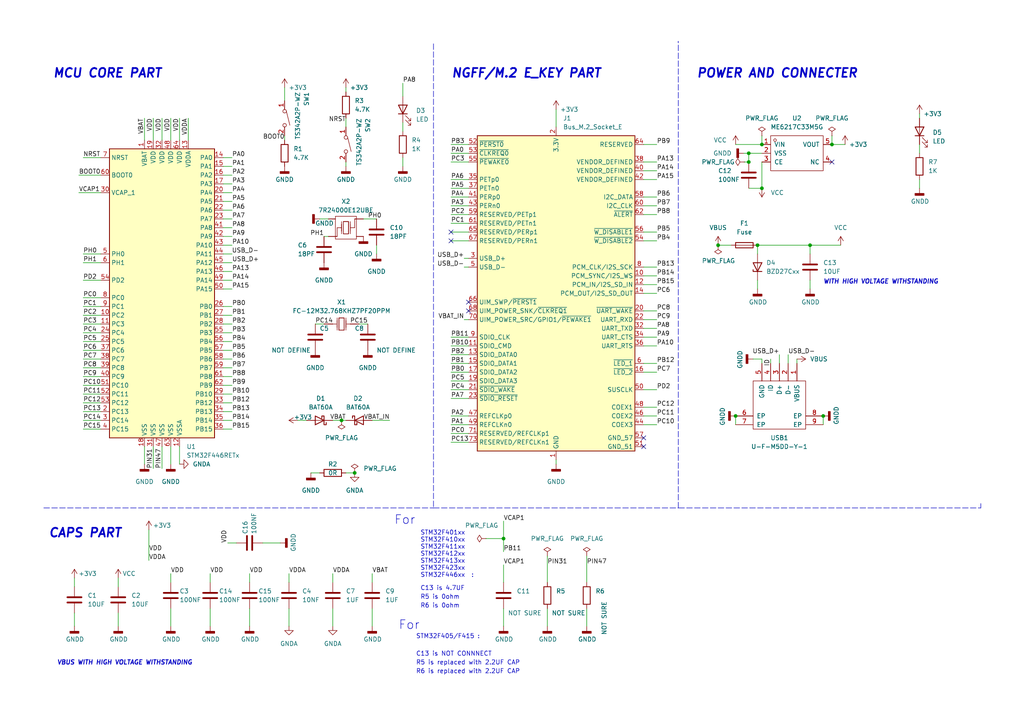
<source format=kicad_sch>
(kicad_sch (version 20211123) (generator eeschema)
  (paper "A4")
  (title_block (title "STM32_M.2_E_KEY_LQFP-64_USB") (date "2022-01-25") (rev "1.0") (company "JSZSZZY"))
  (junction (at 217.17 44.45))
  (junction (at 219.71 71.12))
  (junction (at 208.28 71.12))
  (junction (at 146.05 156.21))
  (junction (at 220.98 41.91))
  (junction (at 234.95 71.12))
  (junction (at 213.36 120.65))
  (junction (at 217.17 46.99))
  (junction (at 220.98 54.61))
  (junction (at 241.3 41.91))
  (junction (at 238.76 120.65))
  (junction (at 102.87 137.16))
  (junction (at 99.06 121.92))
  (no_connect (at 154.94 -30.48))
  (no_connect (at 135.89 87.63))
  (no_connect (at 186.69 127))
  (no_connect (at 186.69 129.54))
  (no_connect (at 135.89 90.17))
  (no_connect (at 130.81 67.31))
  (no_connect (at 241.3 46.99))
  (no_connect (at 130.81 69.85))
  (wire (pts (xy 96.52 121.92) (xy 99.06 121.92)))
  (wire (pts (xy 22.86 55.88) (xy 29.21 55.88)))
  (wire (pts (xy 21.59 167.64) (xy 21.59 170.18)))
  (wire (pts (xy 190.5 46.99) (xy 186.69 46.99)))
  (wire (pts (xy 46.99 34.29) (xy 46.99 40.64)))
  (wire (pts (xy 44.45 34.29) (xy 44.45 40.64)))
  (wire (pts (xy 67.31 63.5) (xy 64.77 63.5)))
  (wire (pts (xy 130.81 105.41) (xy 135.89 105.41)))
  (wire (pts (xy 67.31 106.68) (xy 64.77 106.68)))
  (wire (pts (xy 67.31 50.8) (xy 64.77 50.8)))
  (wire (pts (xy 266.7 33.02) (xy 266.7 34.29)))
  (wire (pts (xy 83.82 181.61) (xy 83.82 176.53)))
  (wire (pts (xy 67.31 68.58) (xy 64.77 68.58)))
  (wire (pts (xy 130.81 69.85) (xy 135.89 69.85)))
  (wire (pts (xy 67.31 58.42) (xy 64.77 58.42)))
  (wire (pts (xy 24.13 88.9) (xy 29.21 88.9)))
  (wire (pts (xy 100.33 48.26) (xy 100.33 46.99)))
  (wire (pts (xy 106.68 93.98) (xy 104.14 93.98)))
  (wire (pts (xy 158.75 161.29) (xy 158.75 168.91)))
  (wire (pts (xy 24.13 99.06) (xy 29.21 99.06)))
  (wire (pts (xy 96.52 181.61) (xy 96.52 176.53)))
  (wire (pts (xy 146.05 151.13) (xy 146.05 156.21)))
  (wire (pts (xy 24.13 124.46) (xy 29.21 124.46)))
  (wire (pts (xy 219.71 73.66) (xy 219.71 71.12)))
  (wire (pts (xy 208.28 71.12) (xy 212.09 71.12)))
  (wire (pts (xy 44.45 135.89) (xy 44.45 129.54)))
  (wire (pts (xy 219.71 71.12) (xy 234.95 71.12)))
  (wire (pts (xy 66.04 157.48) (xy 68.58 157.48)))
  (wire (pts (xy 116.84 48.26) (xy 116.84 45.72)))
  (wire (pts (xy 130.81 41.91) (xy 135.89 41.91)))
  (wire (pts (xy 93.98 68.58) (xy 95.25 68.58)))
  (wire (pts (xy 220.98 39.37) (xy 220.98 41.91)))
  (wire (pts (xy 67.31 48.26) (xy 64.77 48.26)))
  (wire (pts (xy 24.13 73.66) (xy 29.21 73.66)))
  (wire (pts (xy 82.55 25.4) (xy 82.55 29.21)))
  (wire (pts (xy 49.53 129.54) (xy 49.53 134.62)))
  (wire (pts (xy 146.05 156.21) (xy 146.05 160.02)))
  (wire (pts (xy 146.05 163.83) (xy 146.05 168.91)))
  (wire (pts (xy 54.61 34.29) (xy 54.61 40.64)))
  (wire (pts (xy 24.13 101.6) (xy 29.21 101.6)))
  (wire (pts (xy 190.5 92.71) (xy 186.69 92.71)))
  (wire (pts (xy 130.81 67.31) (xy 135.89 67.31)))
  (wire (pts (xy 24.13 121.92) (xy 29.21 121.92)))
  (wire (pts (xy 130.81 123.19) (xy 135.89 123.19)))
  (wire (pts (xy 22.86 50.8) (xy 29.21 50.8)))
  (wire (pts (xy 134.62 77.47) (xy 135.89 77.47)))
  (wire (pts (xy 24.13 93.98) (xy 29.21 93.98)))
  (wire (pts (xy 140.97 156.21) (xy 146.05 156.21)))
  (wire (pts (xy 190.5 120.65) (xy 186.69 120.65)))
  (wire (pts (xy 170.18 181.61) (xy 170.18 176.53)))
  (wire (pts (xy 161.29 134.62) (xy 161.29 133.35)))
  (wire (pts (xy 130.81 120.65) (xy 135.89 120.65)))
  (wire (pts (xy 67.31 101.6) (xy 64.77 101.6)))
  (wire (pts (xy 130.81 97.79) (xy 135.89 97.79)))
  (wire (pts (xy 21.59 181.61) (xy 21.59 177.8)))
  (wire (pts (xy 107.95 166.37) (xy 107.95 168.91)))
  (wire (pts (xy 130.81 59.69) (xy 135.89 59.69)))
  (wire (pts (xy 49.53 166.37) (xy 49.53 168.91)))
  (wire (pts (xy 158.75 181.61) (xy 158.75 176.53)))
  (wire (pts (xy 67.31 99.06) (xy 64.77 99.06)))
  (wire (pts (xy 217.17 44.45) (xy 220.98 44.45)))
  (wire (pts (xy 130.81 52.07) (xy 135.89 52.07)))
  (wire (pts (xy 190.5 59.69) (xy 186.69 59.69)))
  (wire (pts (xy 130.81 115.57) (xy 135.89 115.57)))
  (wire (pts (xy 190.5 113.03) (xy 186.69 113.03)))
  (wire (pts (xy 217.17 44.45) (xy 217.17 46.99)))
  (wire (pts (xy 130.81 107.95) (xy 135.89 107.95)))
  (wire (pts (xy 90.17 137.16) (xy 92.71 137.16)))
  (wire (pts (xy 67.31 124.46) (xy 64.77 124.46)))
  (wire (pts (xy 96.52 166.37) (xy 96.52 168.91)))
  (wire (pts (xy 107.95 181.61) (xy 107.95 176.53)))
  (wire (pts (xy 130.81 113.03) (xy 135.89 113.03)))
  (wire (pts (xy 190.5 77.47) (xy 186.69 77.47)))
  (wire (pts (xy 190.5 49.53) (xy 186.69 49.53)))
  (wire (pts (xy 190.5 52.07) (xy 186.69 52.07)))
  (wire (pts (xy 190.5 85.09) (xy 186.69 85.09)))
  (wire (pts (xy 134.62 74.93) (xy 135.89 74.93)))
  (wire (pts (xy 67.31 121.92) (xy 64.77 121.92)))
  (wire (pts (xy 24.13 109.22) (xy 29.21 109.22)))
  (wire (pts (xy 67.31 104.14) (xy 64.77 104.14)))
  (wire (pts (xy 213.36 120.65) (xy 213.36 123.19)))
  (wire (pts (xy 67.31 109.22) (xy 64.77 109.22)))
  (wire (pts (xy 24.13 81.28) (xy 29.21 81.28)))
  (polyline (pts (xy 196.85 147.32) (xy 284.48 147.32)))
  (wire (pts (xy 24.13 45.72) (xy 29.21 45.72)))
  (wire (pts (xy 83.82 166.37) (xy 83.82 168.91)))
  (polyline (pts (xy 12.7 147.32) (xy 125.73 147.32)))
  (wire (pts (xy 130.81 64.77) (xy 135.89 64.77)))
  (wire (pts (xy 67.31 83.82) (xy 64.77 83.82)))
  (wire (pts (xy 215.7491 44.45) (xy 217.17 44.45)))
  (wire (pts (xy 241.3 39.37) (xy 241.3 41.91)))
  (wire (pts (xy 266.7 44.45) (xy 266.7 41.91)))
  (wire (pts (xy 220.98 46.99) (xy 220.98 54.61)))
  (wire (pts (xy 67.31 88.9) (xy 64.77 88.9)))
  (wire (pts (xy 67.31 116.84) (xy 64.77 116.84)))
  (wire (pts (xy 130.81 110.49) (xy 135.89 110.49)))
  (wire (pts (xy 190.5 69.85) (xy 186.69 69.85)))
  (wire (pts (xy 116.84 38.1) (xy 116.84 35.56)))
  (wire (pts (xy 130.81 46.99) (xy 135.89 46.99)))
  (wire (pts (xy 223.52 104.14) (xy 223.52 105.41)))
  (wire (pts (xy 102.87 137.16) (xy 100.33 137.16)))
  (wire (pts (xy 134.62 92.71) (xy 135.89 92.71)))
  (wire (pts (xy 82.55 40.64) (xy 82.55 39.37)))
  (wire (pts (xy 219.71 81.28) (xy 219.71 83.82)))
  (wire (pts (xy 161.29 31.75) (xy 161.29 36.83)))
  (wire (pts (xy 231.14 104.14) (xy 231.14 105.41)))
  (polyline (pts (xy 125.73 147.32) (xy 196.7288 147.32)))
  (wire (pts (xy 24.13 116.84) (xy 29.21 116.84)))
  (wire (pts (xy 190.5 62.23) (xy 186.69 62.23)))
  (wire (pts (xy 67.31 78.74) (xy 64.77 78.74)))
  (wire (pts (xy 72.39 181.61) (xy 72.39 176.53)))
  (wire (pts (xy 67.31 81.28) (xy 64.77 81.28)))
  (wire (pts (xy 100.33 36.83) (xy 100.33 34.29)))
  (wire (pts (xy 245.11 41.91) (xy 241.3 41.91)))
  (wire (pts (xy 220.98 104.14) (xy 218.44 104.14)))
  (wire (pts (xy 130.81 125.73) (xy 135.89 125.73)))
  (wire (pts (xy 24.13 76.2) (xy 29.21 76.2)))
  (wire (pts (xy 34.29 181.61) (xy 34.29 177.8)))
  (wire (pts (xy 130.81 62.23) (xy 135.89 62.23)))
  (wire (pts (xy 228.6 102.87) (xy 228.6 105.41)))
  (wire (pts (xy 24.13 106.68) (xy 29.21 106.68)))
  (polyline (pts (xy 125.73 12.7) (xy 125.73 147.32)))
  (wire (pts (xy 67.31 91.44) (xy 64.77 91.44)))
  (wire (pts (xy 109.22 63.5) (xy 105.41 63.5)))
  (wire (pts (xy 130.81 128.27) (xy 135.89 128.27)))
  (wire (pts (xy 24.13 119.38) (xy 29.21 119.38)))
  (wire (pts (xy 234.95 83.82) (xy 234.95 81.28)))
  (wire (pts (xy 67.31 60.96) (xy 64.77 60.96)))
  (polyline (pts (xy 284.48 146.05) (xy 284.48 147.32)))
  (wire (pts (xy 226.06 102.87) (xy 226.06 105.41)))
  (wire (pts (xy 92.71 63.5) (xy 95.25 63.5)))
  (wire (pts (xy 24.13 114.3) (xy 29.21 114.3)))
  (wire (pts (xy 190.5 82.55) (xy 186.69 82.55)))
  (wire (pts (xy 24.13 91.44) (xy 29.21 91.44)))
  (wire (pts (xy 67.31 93.98) (xy 64.77 93.98)))
  (wire (pts (xy 24.13 86.36) (xy 29.21 86.36)))
  (wire (pts (xy 190.5 100.33) (xy 186.69 100.33)))
  (wire (pts (xy 60.96 166.37) (xy 60.96 168.91)))
  (wire (pts (xy 220.98 105.41) (xy 220.98 104.14)))
  (wire (pts (xy 99.06 121.92) (xy 100.33 121.92)))
  (wire (pts (xy 52.07 134.62) (xy 52.07 129.54)))
  (wire (pts (xy 72.39 166.37) (xy 72.39 168.91)))
  (wire (pts (xy 67.31 45.72) (xy 64.77 45.72)))
  (wire (pts (xy 81.28 157.48) (xy 76.2 157.48)))
  (wire (pts (xy 24.13 111.76) (xy 29.21 111.76)))
  (wire (pts (xy 24.13 104.14) (xy 29.21 104.14)))
  (wire (pts (xy 130.81 54.61) (xy 135.89 54.61)))
  (wire (pts (xy 243.84 71.12) (xy 234.95 71.12)))
  (wire (pts (xy 190.5 107.95) (xy 186.69 107.95)))
  (wire (pts (xy 49.53 181.61) (xy 49.53 176.53)))
  (wire (pts (xy 67.31 96.52) (xy 64.77 96.52)))
  (wire (pts (xy 130.81 57.15) (xy 135.89 57.15)))
  (wire (pts (xy 67.31 114.3) (xy 64.77 114.3)))
  (wire (pts (xy 190.5 80.01) (xy 186.69 80.01)))
  (wire (pts (xy 86.36 121.92) (xy 88.9 121.92)))
  (wire (pts (xy 190.5 90.17) (xy 186.69 90.17)))
  (wire (pts (xy 190.5 123.19) (xy 186.69 123.19)))
  (wire (pts (xy 46.99 135.89) (xy 46.99 129.54)))
  (wire (pts (xy 190.5 105.41) (xy 186.69 105.41)))
  (wire (pts (xy 190.5 57.15) (xy 186.69 57.15)))
  (wire (pts (xy 67.31 55.88) (xy 64.77 55.88)))
  (wire (pts (xy 190.5 95.25) (xy 186.69 95.25)))
  (wire (pts (xy 91.44 93.98) (xy 93.98 93.98)))
  (wire (pts (xy 190.5 97.79) (xy 186.69 97.79)))
  (wire (pts (xy 100.33 26.67) (xy 100.33 25.4)))
  (wire (pts (xy 146.05 181.61) (xy 146.05 176.53)))
  (wire (pts (xy 234.95 71.12) (xy 234.95 73.66)))
  (wire (pts (xy 24.13 96.52) (xy 29.21 96.52)))
  (wire (pts (xy 67.31 53.34) (xy 64.77 53.34)))
  (wire (pts (xy 109.22 73.66) (xy 109.22 71.12)))
  (wire (pts (xy 113.03 121.92) (xy 107.95 121.92)))
  (wire (pts (xy 190.5 41.91) (xy 186.69 41.91)))
  (wire (pts (xy 43.18 153.67) (xy 43.18 162.56)))
  (wire (pts (xy 60.96 181.61) (xy 60.96 176.53)))
  (wire (pts (xy 41.91 134.62) (xy 41.91 129.54)))
  (wire (pts (xy 67.31 66.04) (xy 64.77 66.04)))
  (wire (pts (xy 49.53 34.29) (xy 49.53 40.64)))
  (wire (pts (xy 220.98 54.61) (xy 217.17 54.61)))
  (wire (pts (xy 41.91 34.29) (xy 41.91 40.64)))
  (wire (pts (xy 67.31 119.38) (xy 64.77 119.38)))
  (wire (pts (xy 190.5 67.31) (xy 186.69 67.31)))
  (wire (pts (xy 67.31 73.66) (xy 64.77 73.66)))
  (wire (pts (xy 170.18 161.29) (xy 170.18 168.91)))
  (wire (pts (xy 67.31 71.12) (xy 64.77 71.12)))
  (wire (pts (xy 130.81 44.45) (xy 135.89 44.45)))
  (polyline (pts (xy 196.7288 147.32) (xy 196.7288 11.973)))
  (wire (pts (xy 190.5 118.11) (xy 186.69 118.11)))
  (wire (pts (xy 266.7 54.61) (xy 266.7 52.07)))
  (wire (pts (xy 67.31 111.76) (xy 64.77 111.76)))
  (wire (pts (xy 213.36 41.91) (xy 220.98 41.91)))
  (wire (pts (xy 67.31 76.2) (xy 64.77 76.2)))
  (wire (pts (xy 130.81 100.33) (xy 135.89 100.33)))
  (wire (pts (xy 130.81 102.87) (xy 135.89 102.87)))
  (polyline (pts (xy 196.6682 12.2153) (xy 196.7288 11.973)))
  (wire (pts (xy 215.9 46.99) (xy 217.17 46.99)))
  (wire (pts (xy 116.84 24.13) (xy 116.84 27.94)))
  (wire (pts (xy 34.29 167.64) (xy 34.29 170.18)))
  (wire (pts (xy 238.76 120.65) (xy 238.76 123.19)))
  (wire (pts (xy 52.07 34.29) (xy 52.07 40.64)))
  (text "CAPS PART" (at 13.97 156.21 0) (effects (font (size 2.54 2.54) bold italic) (justify left bottom)))
  (text "NGFF/M.2 E_KEY PART" (at 130.81 22.86 0) (effects (font (size 2.54 2.54) bold italic) (justify left bottom)))
  (text "C13 is 4.7UF" (at 121.92 171.45 0) (effects (font (size 1.27 1.27)) (justify left bottom)))
  (text "STM32F405/F415 :" (at 120.65 185.42 0) (effects (font (size 1.27 1.27)) (justify left bottom)))
  (text "WITH HIGH VOLTAGE WITHSTANDING" (at 238.76 82.55 0) (effects (font (size 1.27 1.27) (thickness 0.254) bold italic) (justify left bottom)))
  (text "R6 is 0ohm" (at 121.92 176.53 0) (effects (font (size 1.27 1.27)) (justify left bottom)))
  (text "R6 is replaced with 2.2UF CAP" (at 120.65 195.58 0) (effects (font (size 1.27 1.27)) (justify left bottom)))
  (text "POWER AND CONNECTER" (at 201.93 22.86 0) (effects (font (size 2.54 2.54) bold italic) (justify left bottom)))
  (text "For" (at 115.57 182.88 0) (effects (font (size 2.54 2.54)) (justify left bottom)))
  (text "STM32F401xx\nSTM32F410xx\nSTM32F411xx\nSTM32F412xx\nSTM32F413xx\nSTM32F423xx\nSTM32F446xx  :\n" (at 121.92 167.64 0) (effects (font (size 1.27 1.27)) (justify left bottom)))
  (text "MCU CORE PART\n" (at 15.24 22.86 0) (effects (font (size 2.54 2.54) bold italic) (justify left bottom)))
  (text "For" (at 114.3 152.4 0) (effects (font (size 2.54 2.54)) (justify left bottom)))
  (text "R5 is replaced with 2.2UF CAP" (at 120.65 193.04 0) (effects (font (size 1.27 1.27)) (justify left bottom)))
  (text "C13 is NOT CONNNECT" (at 120.65 190.5 0) (effects (font (size 1.27 1.27)) (justify left bottom)))
  (text "VBUS WITH HIGH VOLTAGE WITHSTANDING" (at 16.51 193.04 0) (effects (font (size 1.27 1.27) (thickness 0.254) bold italic) (justify left bottom)))
  (text "R5 is 0ohm" (at 121.92 173.99 0) (effects (font (size 1.27 1.27)) (justify left bottom)))
  (label "PB10" (at 67.31 114.3 0))
  (label "PA6" (at 130.81 52.07 0))
  (label "PC5" (at 130.81 110.49 0))
  (label "PC4" (at 24.13 96.52 0))
  (label "VCAP1" (at 146.05 151.2435 0))
  (label "PC8" (at 24.13 106.68 0))
  (label "PD2" (at 190.5 113.03 0))
  (label "PB5" (at 67.31 101.6 0))
  (label "PB1" (at 130.81 105.41 0))
  (label "PC7" (at 190.5 107.95 0))
  (label "BOOT0" (at 82.55 40.64 180))
  (label "PC10" (at 190.5 123.19 0))
  (label "PB8" (at 67.31 109.22 0))
  (label "PC3" (at 24.13 93.98 0))
  (label "PC11" (at 190.5 120.65 0))
  (label "PIN47" (at 46.99 135.89 90))
  (label "PH0" (at 24.13 73.66 0))
  (label "PC12" (at 190.5 118.11 0))
  (label "ID" (at 223.52 104.14 270))
  (label "PC14" (at 91.44 93.98 0))
  (label "VDD" (at 52.07 34.29 270))
  (label "PC2" (at 130.81 62.23 0))
  (label "VDDA" (at 83.82 166.37 0))
  (label "PC9" (at 190.5 92.71 0))
  (label "VDD" (at 49.53 166.37 0))
  (label "VDD" (at 72.39 166.37 0))
  (label "PA5" (at 130.81 54.61 0))
  (label "PB7" (at 190.5 59.69 0))
  (label "PC10" (at 24.13 111.76 0))
  (label "PB0" (at 67.31 88.9 0))
  (label "PA0" (at 67.31 45.72 0))
  (label "NRST" (at 24.13 45.72 0))
  (label "PC3" (at 130.81 46.99 0))
  (label "PC15" (at 106.68 93.98 180))
  (label "PA13" (at 67.31 78.74 0))
  (label "PC9" (at 24.13 109.22 0))
  (label "PA15" (at 190.5 52.07 0))
  (label "PB6" (at 190.5 57.15 0))
  (label "PB7" (at 67.31 106.68 0))
  (label "PC5" (at 24.13 99.06 0))
  (label "PB15" (at 190.5 82.55 0))
  (label "PC7" (at 24.13 104.14 0))
  (label "PA7" (at 67.31 63.5 0))
  (label "PC1" (at 24.13 88.9 0))
  (label "PC8" (at 190.5 90.17 0))
  (label "PB9" (at 190.5 41.91 0))
  (label "VDD" (at 46.99 34.29 270))
  (label "PB13" (at 190.5 77.47 0))
  (label "PB2" (at 130.81 102.87 0))
  (label "PIN31" (at 158.75 163.83 0))
  (label "PH1" (at 93.98 68.58 180))
  (label "PA4" (at 130.81 57.15 0))
  (label "PC6" (at 24.13 101.6 0))
  (label "PC13" (at 130.81 128.27 0))
  (label "PA7" (at 130.81 115.57 0))
  (label "PC2" (at 24.13 91.44 0))
  (label "PB3" (at 67.31 96.52 0))
  (label "PB11" (at 146.05 160.02 0))
  (label "PA2" (at 130.81 120.65 0))
  (label "PH0" (at 106.68 63.5 0))
  (label "PA0" (at 130.81 44.45 0))
  (label "PB10" (at 130.81 100.33 0))
  (label "PA9" (at 67.31 68.58 0))
  (label "PH1" (at 24.13 76.2 0))
  (label "PD2" (at 24.13 81.28 0))
  (label "PIN31" (at 44.45 135.89 90))
  (label "PC1" (at 130.81 64.77 0))
  (label "USB_D-" (at 134.62 77.47 180))
  (label "PA3" (at 130.81 59.69 0))
  (label "VBAT_IN" (at 113.03 121.92 180))
  (label "USB_D-" (at 228.6 102.87 0))
  (label "USB_D+" (at 226.06 102.87 180))
  (label "VDD" (at 66.04 157.48 90))
  (label "PB8" (at 190.5 62.23 0))
  (label "PA5" (at 67.31 58.42 0))
  (label "VDD" (at 44.45 34.29 270))
  (label "USB_D+" (at 134.62 74.93 180))
  (label "PA14" (at 190.5 49.53 0))
  (label "PB12" (at 67.31 116.84 0))
  (label "PC11" (at 24.13 114.3 0))
  (label "VDDA" (at 96.52 166.37 0))
  (label "PB6" (at 67.31 104.14 0))
  (label "PA1" (at 130.81 123.19 0))
  (label "PB14" (at 190.5 80.01 0))
  (label "PC4" (at 130.81 113.03 0))
  (label "VDD" (at 43.18 160.02 0))
  (label "PB9" (at 67.31 111.76 0))
  (label "PIN47" (at 170.18 163.83 0))
  (label "VDDA" (at 43.18 162.56 0))
  (label "PB11" (at 130.81 97.79 0))
  (label "PC6" (at 190.5 85.09 0))
  (label "PB13" (at 67.31 119.38 0))
  (label "PA1" (at 67.31 48.26 0))
  (label "PA2" (at 67.31 50.8 0))
  (label "PB12" (at 190.5 105.41 0))
  (label "PA10" (at 190.5 100.33 0))
  (label "VCAP1" (at 22.86 55.88 0))
  (label "VDD" (at 49.53 34.29 270))
  (label "PC0" (at 130.81 125.73 0))
  (label "PB1" (at 67.31 91.44 0))
  (label "PB5" (at 190.5 67.31 0))
  (label "PC0" (at 24.13 86.36 0))
  (label "PB3" (at 130.81 41.91 0))
  (label "PA15" (at 67.31 83.82 0))
  (label "PC14" (at 24.13 121.92 0))
  (label "PA3" (at 67.31 53.34 0))
  (label "NRST" (at 100.33 35.56 180))
  (label "PB0" (at 130.81 107.95 0))
  (label "VDD" (at 60.96 166.37 0))
  (label "VBAT" (at 100.33 121.92 180))
  (label "BOOT0" (at 22.86 50.8 0))
  (label "PB15" (at 67.31 124.46 0))
  (label "PC15" (at 24.13 124.46 0))
  (label "USB_D-" (at 67.2345 73.66 0))
  (label "PA8" (at 67.31 66.04 0))
  (label "PB2" (at 67.31 93.98 0))
  (label "PC12" (at 24.13 116.84 0))
  (label "PB4" (at 67.31 99.06 0))
  (label "VCAP1" (at 146.05 163.83 0))
  (label "VBAT" (at 107.95 166.37 0))
  (label "PA13" (at 190.5 46.99 0))
  (label "VBAT_IN" (at 134.62 92.71 180))
  (label "USB_D+" (at 67.31 76.2 0))
  (label "PA10" (at 67.31 71.12 0))
  (label "PC13" (at 24.13 119.38 0))
  (label "VDDA" (at 54.61 34.29 270))
  (label "PB4" (at 190.5 69.85 0))
  (label "VBAT" (at 41.91 34.29 270))
  (label "PA14" (at 67.31 81.28 0))
  (label "PA4" (at 67.31 55.88 0))
  (label "PA8" (at 190.5 95.25 0))
  (label "PA6" (at 67.31 60.96 0))
  (label "PA8" (at 116.84 24.13 0))
  (label "PB14" (at 67.31 121.92 0))
  (label "PA9" (at 190.5 97.79 0))
  (symbol (lib_id "Device:C") (at 107.95 172.72 0) (unit 1)
    (property "Reference" "C9" (at 111.76 171.4499 0) (effects (justify left)))
    (property "Value" "1UF" (at 111.76 173.9899 0) (effects (justify left)))
    (property "Footprint" "Capacitor_SMD:C_0402_1005Metric" (effects hide))
  )
  (symbol (lib_id "power:GNDD") (at 213.36 120.65 270) (unit 1)
    (property "Reference" "#PWR034" (effects hide))
    (property "Value" "GNDD" (at 209.55 118.11 0) (effects (justify left)))
  )
  (symbol (lib_id "power:GNDD") (at 21.59 181.61 0) (unit 1)
    (property "Reference" "#PWR02" (effects hide))
    (property "Value" "GNDD" (at 19.05 185.42 0) (effects (justify left)))
  )
  (symbol (lib_id "power:GNDD") (at 161.29 134.62 0) (unit 1)
    (property "Reference" "#PWR030" (effects hide))
    (property "Value" "GNDD" (at 161.29 139.7 0))
  )
  (symbol (lib_id "kicad_lceda:TS342A2P-WZ") (at 82.55 34.29 270) (unit 1)
    (property "Reference" "SW1" (at 88.9 26.67 0) (effects (justify left)))
    (property "Value" "TS342A2P-WZ" (at 86.36 26.67 0) (effects (justify left)))
    (property "Footprint" "kicad_lceda:SW-SMD_L4.0-W2.9-LS5.0" (effects hide))
    (property "Datasheet" "https://atta.szlcsc.com/upload/public/pdf/source/20200519/C557591_B3A5A21584733303F06306F18577DA8B.pdf" (effects hide))
    (property "SuppliersPartNumber" "C557591" (effects hide))
    (property "uuid" "pro:905b2f378e6847aaa3e26a5b3c85860a" (effects hide))
  )
  (symbol (lib_id "power:GNDD") (at 49.53 181.61 0) (unit 1)
    (property "Reference" "#PWR08" (effects hide))
    (property "Value" "GNDD" (at 46.99 185.42 0) (effects (justify left)))
  )
  (symbol (lib_id "Device:C") (at 93.98 72.39 0) (unit 1)
    (property "Reference" "C6" (at 86.36 71.12 0) (effects (justify left)))
    (property "Value" "18PF" (at 86.36 73.66 0) (effects (justify left)))
    (property "Footprint" "Capacitor_SMD:C_0402_1005Metric" (effects hide))
  )
  (symbol (lib_id "power:PWR_FLAG") (at 208.28 71.12 180) (unit 1)
    (property "Reference" "#FLG06" (effects hide))
    (property "Value" "PWR_FLAG" (at 203.5548 75.6523 0) (effects (justify right)))
  )
  (symbol (lib_id "Device:C") (at 72.39 172.72 0) (unit 1)
    (property "Reference" "C15" (at 74.93 171.45 0) (effects (justify left)))
    (property "Value" "100NF" (at 74.93 173.99 0) (effects (justify left)))
    (property "Footprint" "Capacitor_SMD:C_0402_1005Metric" (effects hide))
  )
  (symbol (lib_id "power:VBUS") (at 231.14 104.14 270) (unit 1)
    (property "Reference" "#PWR039" (effects hide))
    (property "Value" "VBUS" (at 234.95 104.1399 90) (effects (justify left)))
  )
  (symbol (lib_id "power:VCC") (at 243.84 71.12 0) (unit 1)
    (property "Reference" "#PWR042" (effects hide))
    (property "Value" "VCC" (at 243.84 66.04 0))
  )
  (symbol (lib_id "power:GNDD") (at 105.41 68.58 0) (unit 1)
    (property "Reference" "#PWR022" (effects hide))
    (property "Value" "GNDD" (at 105.41 73.66 0))
  )
  (symbol (lib_id "power:+3.3V") (at 161.29 31.75 0) (unit 1)
    (property "Reference" "#PWR029" (effects hide))
    (property "Value" "+3.3V" (at 165.1 31.75 0))
  )
  (symbol (lib_id "power:GNDD") (at 100.33 48.26 0) (unit 1)
    (property "Reference" "#PWR020" (effects hide))
    (property "Value" "GNDD" (at 100.33 52.07 0))
  )
  (symbol (lib_id "Device:C") (at 109.22 67.31 0) (unit 1)
    (property "Reference" "C10" (at 113.03 66.0399 0) (effects (justify left)))
    (property "Value" "18PF" (at 113.03 68.5799 0) (effects (justify left)))
    (property "Footprint" "Capacitor_SMD:C_0402_1005Metric" (effects hide))
  )
  (symbol (lib_id "power:GNDA") (at 96.52 181.61 0) (unit 1)
    (property "Reference" "#PWR0102" (effects hide))
    (property "Value" "GNDA" (at 96.52 186.69 0))
  )
  (symbol (lib_id "power:GNDA") (at 102.87 137.16 0) (unit 1)
    (property "Reference" "#PWR021" (effects hide))
    (property "Value" "GNDA" (at 102.87 142.24 0))
  )
  (symbol (lib_id "power:PWR_FLAG") (at 102.87 137.16 0) (unit 1)
    (property "Reference" "#FLG02" (effects hide))
    (property "Value" "PWR_FLAG" (at 105.41 135.8899 0) (effects (justify left)))
  )
  (symbol (lib_id "power:GNDD") (at 107.95 181.61 0) (unit 1)
    (property "Reference" "#PWR024" (effects hide))
    (property "Value" "GNDD" (at 105.41 185.42 0) (effects (justify left)))
  )
  (symbol (lib_id "power:GNDD") (at 146.05 181.61 0) (unit 1)
    (property "Reference" "#PWR027" (effects hide))
    (property "Value" "GNDD" (at 143.51 185.42 0) (effects (justify left)))
  )
  (symbol (lib_id "power:GNDD") (at 34.29 181.61 0) (unit 1)
    (property "Reference" "#PWR04" (effects hide))
    (property "Value" "GNDD" (at 31.75 185.42 0) (effects (justify left)))
  )
  (symbol (lib_id "power:+3.3V") (at 82.55 25.4 0) (unit 1)
    (property "Reference" "#PWR010" (effects hide))
    (property "Value" "+3.3V" (at 86.36 25.4 0))
  )
  (symbol (lib_id "Device:R") (at 96.52 137.16 270) (unit 1)
    (property "Reference" "R2" (at 96.52 134.62 90))
    (property "Value" "0R" (at 96.52 137.16 90))
    (property "Footprint" "Resistor_SMD:R_0603_1608Metric" (effects hide))
  )
  (symbol (lib_id "Device:C") (at 146.05 172.72 0) (unit 1)
    (property "Reference" "C11" (at 149.86 171.4499 0) (effects (justify left)))
    (property "Value" "NOT SURE" (at 147.32 177.8 0) (effects (justify left)))
    (property "Footprint" "Capacitor_SMD:C_0402_1005Metric" (effects hide))
  )
  (symbol (lib_id "power:+3.3V") (at 43.18 153.67 0) (unit 1)
    (property "Reference" "#PWR06" (effects hide))
    (property "Value" "+3.3V" (at 46.99 152.4 0))
  )
  (symbol (lib_id "Device:C") (at 83.82 172.72 0) (unit 1)
    (property "Reference" "C4" (at 87.63 171.4499 0) (effects (justify left)))
    (property "Value" "10NF" (at 87.63 173.9899 0) (effects (justify left)))
    (property "Footprint" "Capacitor_SMD:C_0402_1005Metric" (effects hide))
  )
  (symbol (lib_id "power:GNDA") (at 83.82 181.61 0) (unit 1)
    (property "Reference" "#PWR0101" (effects hide))
    (property "Value" "GNDA" (at 83.82 186.69 0))
  )
  (symbol (lib_id "Device:C") (at 34.29 173.99 0) (unit 1)
    (property "Reference" "C2" (at 38.1 172.7199 0) (effects (justify left)))
    (property "Value" "10UF" (at 38.1 175.2599 0) (effects (justify left)))
    (property "Footprint" "Capacitor_SMD:C_0603_1608Metric" (effects hide))
  )
  (symbol (lib_id "power:GNDD") (at 106.68 101.6 0) (unit 1)
    (property "Reference" "#PWR023" (effects hide))
    (property "Value" "GNDD" (at 106.68 106.68 0))
  )
  (symbol (lib_id "Device:LED") (at 266.7 38.1 90) (unit 1)
    (property "Reference" "D5" (at 270.51 38.4174 90) (effects (justify right)))
    (property "Value" "LED" (at 270.51 40.9574 90) (effects (justify right)))
    (property "Footprint" "LED_SMD:LED_0603_1608Metric" (effects hide))
  )
  (symbol (lib_id "power:+3.3V") (at 21.59 167.64 0) (unit 1)
    (property "Reference" "#PWR01" (effects hide))
    (property "Value" "+3.3V" (at 25.4 166.37 0))
  )
  (symbol (lib_id "power:GNDD") (at 116.84 48.26 0) (unit 1)
    (property "Reference" "#PWR026" (effects hide))
    (property "Value" "GNDD" (at 116.84 52.07 0))
  )
  (symbol (lib_id "power:GNDD") (at 158.75 181.61 0) (unit 1)
    (property "Reference" "#PWR028" (effects hide))
    (property "Value" "GNDD" (at 156.21 185.42 0) (effects (justify left)))
  )
  (symbol (lib_id "power:GNDD") (at 82.55 48.26 0) (unit 1)
    (property "Reference" "#PWR011" (effects hide))
    (property "Value" "GNDD" (at 82.55 52.07 0))
  )
  (symbol (lib_id "power:VBUS") (at 208.28 71.12 0) (unit 1)
    (property "Reference" "#PWR032" (effects hide))
    (property "Value" "VBUS" (at 208.28 66.04 0))
  )
  (symbol (lib_id "power:GNDD") (at 109.22 73.66 0) (unit 1)
    (property "Reference" "#PWR025" (effects hide))
    (property "Value" "GNDD" (at 109.22 78.74 0))
  )
  (symbol (lib_id "power:GNDD") (at 238.76 120.65 90) (unit 1)
    (property "Reference" "#PWR041" (effects hide))
    (property "Value" "GNDD" (at 242.57 123.19 0) (effects (justify left)))
  )
  (symbol (lib_id "power:PWR_FLAG") (at 158.75 161.29 0) (unit 1)
    (property "Reference" "#FLG04" (effects hide))
    (property "Value" "PWR_FLAG" (at 158.75 156.21 0))
  )
  (symbol (lib_id "power:GNDD") (at 91.44 101.6 0) (unit 1)
    (property "Reference" "#PWR015" (effects hide))
    (property "Value" "GNDD" (at 91.44 106.68 0))
  )
  (symbol (lib_id "power:GNDD") (at 170.18 181.61 0) (unit 1)
    (property "Reference" "#PWR031" (effects hide))
    (property "Value" "GNDD" (at 167.64 185.42 0) (effects (justify left)))
  )
  (symbol (lib_id "Device:C") (at 60.96 172.72 0) (unit 1)
    (property "Reference" "C14" (at 63.5 171.45 0) (effects (justify left)))
    (property "Value" "100NF" (at 63.5 173.99 0) (effects (justify left)))
    (property "Footprint" "Capacitor_SMD:C_0402_1005Metric" (effects hide))
  )
  (symbol (lib_id "power:GNDD") (at 93.98 76.2 0) (unit 1)
    (property "Reference" "#PWR017" (effects hide))
    (property "Value" "GNDD" (at 93.98 81.28 0))
  )
  (symbol (lib_id "kicad_lceda:FC-12M32.768KHZ7PF20PPM") (at 99.06 93.98 0) (unit 1)
    (property "Reference" "X1" (at 99.06 87.63 0))
    (property "Value" "FC-12M32.768KHZ7PF20PPM" (at 99.06 90.17 0))
    (property "Footprint" "kicad_lceda:FC-12M_L2.0-W1.2" (effects hide))
    (property "Datasheet" "https://atta.szlcsc.com/upload/public/pdf/source/20201208/C99009_C8E15F958CFE3CE2EDA27C0490B1C4AB.pdf" (effects hide))
    (property "SuppliersPartNumber" "C99009" (effects hide))
    (property "uuid" "pro:654458a507ce4dc88aeb31dd920eb36c" (effects hide))
  )
  (symbol (lib_id "kicad_lceda:7R24000E12UBE") (at 100.33 66.04 0) (unit 1)
    (property "Reference" "X2" (at 100.33 58.42 0))
    (property "Value" "7R24000E12UBE" (at 100.33 60.96 0))
    (property "Footprint" "kicad_lceda:CRYSTAL-SMD_4P-L1.6-W1.2-BL" (effects hide))
    (property "Datasheet" "https://atta.szlcsc.com/upload/public/pdf/source/20190308/C252278_A891A1C4AFC409F97EC606C4E27E6FD7.pdf" (effects hide))
    (property "SuppliersPartNumber" "C252278" (effects hide))
    (property "uuid" "pro:d636a953b5574ed3ab9c2d56000183d0" (effects hide))
  )
  (symbol (lib_id "Device:C") (at 106.68 97.79 0) (unit 1)
    (property "Reference" "C8" (at 102.87 95.25 0) (effects (justify left)))
    (property "Value" "NOT DEFINE" (at 109.22 101.6 0) (effects (justify left)))
    (property "Footprint" "Capacitor_SMD:C_0402_1005Metric" (effects hide))
  )
  (symbol (lib_id "power:GNDD") (at 81.28 157.48 90) (unit 1)
    (property "Reference" "#PWR046" (effects hide))
    (property "Value" "GNDD" (at 85.09 160.02 0) (effects (justify left)))
  )
  (symbol (lib_id "power:VCC") (at 213.36 41.91 0) (unit 1)
    (property "Reference" "#PWR033" (effects hide))
    (property "Value" "VCC" (at 210.82 40.64 0) (effects (justify right)))
  )
  (symbol (lib_id "power:GNDD") (at 41.91 134.62 0) (unit 1)
    (property "Reference" "#PWR05" (effects hide))
    (property "Value" "GNDD" (at 41.91 139.7 0))
  )
  (symbol (lib_id "Device:C") (at 21.59 173.99 0) (unit 1)
    (property "Reference" "C1" (at 25.4 172.7199 0) (effects (justify left)))
    (property "Value" "10UF" (at 25.4 175.2599 0) (effects (justify left)))
    (property "Footprint" "Capacitor_SMD:C_0603_1608Metric" (effects hide))
  )
  (symbol (lib_id "power:+3.3V") (at 100.33 25.4 0) (unit 1)
    (property "Reference" "#PWR019" (effects hide))
    (property "Value" "+3.3V" (at 104.14 25.4 0))
  )
  (symbol (lib_id "power:GNDD") (at 92.71 63.5 270) (unit 1)
    (property "Reference" "#PWR016" (effects hide))
    (property "Value" "GNDD" (at 91.44 64.77 90) (effects (justify left)))
  )
  (symbol (lib_id "Device:R") (at 170.18 172.72 0) (unit 1)
    (property "Reference" "R6" (at 172.72 171.4499 0) (effects (justify left)))
    (property "Value" "NOT SURE" (at 175.26 184.15 90) (effects (justify left)))
    (property "Footprint" "Resistor_SMD:R_0402_1005Metric" (effects hide))
  )
  (symbol (lib_id "Device:C") (at 96.52 172.72 0) (unit 1)
    (property "Reference" "C7" (at 100.33 171.4499 0) (effects (justify left)))
    (property "Value" "1UF" (at 100.33 173.9899 0) (effects (justify left)))
    (property "Footprint" "Capacitor_SMD:C_0402_1005Metric" (effects hide))
  )
  (symbol (lib_id "Device:C") (at 49.53 172.72 0) (unit 1)
    (property "Reference" "C3" (at 52.07 171.45 0) (effects (justify left)))
    (property "Value" "100NF" (at 52.07 173.99 0) (effects (justify left)))
    (property "Footprint" "Capacitor_SMD:C_0402_1005Metric" (effects hide))
  )
  (symbol (lib_id "kicad_lceda:U-F-M5DD-Y-1") (at 224.79 115.57 270) (unit 1)
    (property "Reference" "USB1" (at 226.06 127 90))
    (property "Value" "U-F-M5DD-Y-1" (at 226.06 129.54 90))
    (property "Footprint" "kicad_lceda:MICRO-USB-SMD_U-F-M5DD-Y-1" (effects hide))
    (property "Datasheet" "https://atta.szlcsc.com/upload/public/pdf/source/20190321/C91467_7D0E0328BDB3D0105DB79E7E785438EE.pdf" (effects hide))
    (property "SuppliersPartNumber" "C91467" (effects hide))
    (property "uuid" "pro:3f07f2939d134453a0f3025b5bdbc920" (effects hide))
  )
  (symbol (lib_id "Device:LED") (at 116.84 31.75 90) (unit 1)
    (property "Reference" "D3" (at 120.65 32.0674 90) (effects (justify right)))
    (property "Value" "LED" (at 120.65 34.6074 90) (effects (justify right)))
    (property "Footprint" "LED_SMD:LED_0603_1608Metric" (effects hide))
  )
  (symbol (lib_id "Diode:BAT60A") (at 104.14 121.92 0) (unit 1)
    (property "Reference" "D2" (at 103.8225 115.57 0))
    (property "Value" "BAT60A" (at 103.8225 118.11 0))
    (property "Footprint" "Diode_SMD:D_SOD-323" (effects hide))
    (property "Datasheet" "https://www.infineon.com/dgdl/Infineon-BAT60ASERIES-DS-v01_01-en.pdf?fileId=db3a304313d846880113def70c9304a9" (effects hide))
  )
  (symbol (lib_id "power:PWR_FLAG") (at 215.9 46.99 90) (unit 1)
    (property "Reference" "#FLG07" (effects hide))
    (property "Value" "PWR_FLAG" (at 208.28 46.99 90))
  )
  (symbol (lib_id "power:GNDD") (at 234.95 83.82 0) (unit 1)
    (property "Reference" "#PWR040" (effects hide))
    (property "Value" "GNDD" (at 232.41 87.63 0) (effects (justify left)))
  )
  (symbol (lib_id "Device:R") (at 158.75 172.72 0) (unit 1)
    (property "Reference" "R5" (at 161.29 171.4499 0) (effects (justify left)))
    (property "Value" "NOT SURE" (at 160.02 177.8 0) (effects (justify left)))
    (property "Footprint" "Resistor_SMD:R_0402_1005Metric" (effects hide))
  )
  (symbol (lib_id "power:PWR_FLAG") (at 99.06 121.92 180) (unit 1)
    (property "Reference" "#FLG01" (effects hide))
    (property "Value" "PWR_FLAG" (at 99.06 127 0))
  )
  (symbol (lib_id "Device:C") (at 91.44 97.79 0) (unit 1)
    (property "Reference" "C5" (at 92.71 95.25 0) (effects (justify left)))
    (property "Value" "NOT DEFINE" (at 78.74 101.6 0) (effects (justify left)))
    (property "Footprint" "Capacitor_SMD:C_0402_1005Metric" (effects hide))
  )
  (symbol (lib_id "kicad_lceda:TS342A2P-WZ") (at 100.33 41.91 270) (unit 1)
    (property "Reference" "SW2" (at 106.68 34.29 0) (effects (justify left)))
    (property "Value" "TS342A2P-WZ" (at 104.14 34.29 0) (effects (justify left)))
    (property "Footprint" "kicad_lceda:SW-SMD_L4.0-W2.9-LS5.0" (effects hide))
    (property "Datasheet" "https://atta.szlcsc.com/upload/public/pdf/source/20200519/C557591_B3A5A21584733303F06306F18577DA8B.pdf" (effects hide))
    (property "SuppliersPartNumber" "C557591" (effects hide))
    (property "uuid" "pro:905b2f378e6847aaa3e26a5b3c85860a" (effects hide))
  )
  (symbol (lib_id "power:GNDD") (at 49.53 134.62 0) (unit 1)
    (property "Reference" "#PWR07" (effects hide))
    (property "Value" "GNDD" (at 49.53 139.7 0))
  )
  (symbol (lib_id "Connector:Bus_M.2_Socket_E") (at 161.29 85.09 0) (unit 1)
    (property "Reference" "J1" (at 163.3094 34.29 0) (effects (justify left)))
    (property "Value" "Bus_M.2_Socket_E" (at 163.3094 36.83 0) (effects (justify left)))
    (property "Footprint" "Connector_PCBEdge:NGFF_E" (effects hide))
    (property "Datasheet" "http://read.pudn.com/downloads794/doc/project/3133918/PCIe_M.2_Electromechanical_Spec_Rev1.0_Final_11012013_RS_Clean.pdf#page=150" (effects hide))
  )
  (symbol (lib_id "Diode:BAT60A") (at 92.71 121.92 180) (unit 1)
    (property "Reference" "D1" (at 93.0275 115.57 0))
    (property "Value" "BAT60A" (at 93.0275 118.11 0))
    (property "Footprint" "Diode_SMD:D_SOD-323" (effects hide))
    (property "Datasheet" "https://www.infineon.com/dgdl/Infineon-BAT60ASERIES-DS-v01_01-en.pdf?fileId=db3a304313d846880113def70c9304a9" (effects hide))
  )
  (symbol (lib_id "power:VCC") (at 34.29 167.64 0) (unit 1)
    (property "Reference" "#PWR03" (effects hide))
    (property "Value" "VCC" (at 39.37 166.37 0) (effects (justify right)))
  )
  (symbol (lib_id "Device:R") (at 100.33 30.48 0) (unit 1)
    (property "Reference" "R3" (at 102.87 29.2099 0) (effects (justify left)))
    (property "Value" "4.7K" (at 102.87 31.7499 0) (effects (justify left)))
    (property "Footprint" "Resistor_SMD:R_0603_1608Metric" (effects hide))
  )
  (symbol (lib_id "power:GNDA") (at 52.07 134.62 90) (unit 1)
    (property "Reference" "#PWR09" (effects hide))
    (property "Value" "GNDA" (at 55.88 134.6199 90) (effects (justify right)))
  )
  (symbol (lib_id "Device:R") (at 116.84 41.91 0) (unit 1)
    (property "Reference" "R4" (at 119.38 40.6399 0) (effects (justify left)))
    (property "Value" "1K" (at 119.38 43.1799 0) (effects (justify left)))
    (property "Footprint" "Resistor_SMD:R_0603_1608Metric" (effects hide))
  )
  (symbol (lib_id "Device:R") (at 82.55 44.45 0) (unit 1)
    (property "Reference" "R1" (at 85.09 43.1799 0) (effects (justify left)))
    (property "Value" "4.7K" (at 85.09 45.7199 0) (effects (justify left)))
    (property "Footprint" "Resistor_SMD:R_0603_1608Metric" (effects hide))
  )
  (symbol (lib_id "Device:C") (at 217.17 50.8 0) (unit 1)
    (property "Reference" "C12" (at 208.28 49.53 0) (effects (justify left)))
    (property "Value" "100NF" (at 208.28 52.07 0) (effects (justify left)))
    (property "Footprint" "Capacitor_SMD:C_0402_1005Metric" (effects hide))
  )
  (symbol (lib_id "power:PWR_FLAG") (at 241.3 39.37 0) (unit 1)
    (property "Reference" "#FLG09" (effects hide))
    (property "Value" "PWR_FLAG" (at 241.3 34.29 0))
  )
  (symbol (lib_id "power:GNDD") (at 218.44 104.14 270) (unit 1)
    (property "Reference" "#PWR036" (effects hide))
    (property "Value" "GNDD" (at 214.63 101.6 0) (effects (justify left)))
  )
  (symbol (lib_id "power:+3.3V") (at 86.36 121.92 90) (unit 1)
    (property "Reference" "#PWR013" (effects hide))
    (property "Value" "+3.3V" (at 87.8563 120.988 90))
  )
  (symbol (lib_id "power:+3.3V") (at 245.11 41.91 0) (unit 1)
    (property "Reference" "#PWR043" (effects hide))
    (property "Value" "+3.3V" (at 248.92 41.91 0))
  )
  (symbol (lib_id "power:PWR_FLAG") (at 140.97 156.21 90) (unit 1)
    (property "Reference" "#FLG03" (effects hide))
    (property "Value" "PWR_FLAG" (at 139.7 152.4 90))
  )
  (symbol (lib_id "Diode:BZD27Cxx") (at 219.71 77.47 90) (unit 1)
    (property "Reference" "D4" (at 222.25 76.1999 90) (effects (justify right)))
    (property "Value" "BZD27Cxx" (at 222.25 78.7399 90) (effects (justify right)))
    (property "Footprint" "Diode_SMD:D_SMF" (effects hide))
    (property "Datasheet" "https://www.vishay.com/docs/85153/bzd27series.pdf" (effects hide))
  )
  (symbol (lib_id "Device:Fuse") (at 215.9 71.12 90) (unit 1)
    (property "Reference" "F1" (at 215.9 64.77 90))
    (property "Value" "Fuse" (at 215.9 67.31 90))
    (property "Footprint" "Fuse:Fuse_0603_1608Metric" (effects hide))
  )
  (symbol (lib_id "Device:C") (at 72.39 157.48 90) (unit 1)
    (property "Reference" "C16" (at 71.12 154.94 0) (effects (justify left)))
    (property "Value" "100NF" (at 73.66 154.94 0) (effects (justify left)))
    (property "Footprint" "Capacitor_SMD:C_0402_1005Metric" (effects hide))
  )
  (symbol (lib_id "power:GNDD") (at 215.7491 44.45 270) (unit 1)
    (property "Reference" "#PWR035" (effects hide))
    (property "Value" "GNDD" (at 206.8591 44.45 90) (effects (justify left)))
  )
  (symbol (lib_id "MCU_ST_STM32F4:STM32F446RETx") (at 46.99 83.82 0) (unit 1)
    (property "Reference" "U1" (at 54.0894 129.54 0) (effects (justify left)))
    (property "Value" "STM32F446RETx" (at 54.0894 132.08 0) (effects (justify left)))
    (property "Footprint" "Package_QFP:LQFP-64_10x10mm_P0.5mm" (effects hide))
    (property "Datasheet" "http://www.st.com/st-web-ui/static/active/en/resource/technical/document/datasheet/DM00141306.pdf" (effects hide))
  )
  (symbol (lib_id "Device:R") (at 266.7 48.26 0) (unit 1)
    (property "Reference" "R7" (at 269.24 46.9899 0) (effects (justify left)))
    (property "Value" "1K" (at 269.24 49.5299 0) (effects (justify left)))
    (property "Footprint" "Resistor_SMD:R_0603_1608Metric" (effects hide))
  )
  (symbol (lib_id "kicad_lceda:ME6217C33M5G") (at 231.14 44.45 0) (unit 1)
    (property "Reference" "U2" (at 231.14 34.29 0))
    (property "Value" "ME6217C33M5G" (at 231.14 36.83 0))
    (property "Footprint" "kicad_lceda:SOT-23-5_L3.0-W1.7-P0.95-LS2.8-BR" (effects hide))
    (property "Datasheet" "https://atta.szlcsc.com/upload/public/pdf/source/20190910/C427602_D4B9162A2E9D9EF57C60010DFDECEF37.pdf" (effects hide))
    (property "SuppliersPartNumber" "C427602" (effects hide))
    (property "uuid" "pro:ff48c75c6cc74bacb60fa59ee7308dd9" (effects hide))
  )
  (symbol (lib_id "power:PWR_FLAG") (at 220.98 39.37 0) (unit 1)
    (property "Reference" "#FLG08" (effects hide))
    (property "Value" "PWR_FLAG" (at 220.98 34.29 0))
  )
  (symbol (lib_id "power:VCC") (at 220.98 54.61 180) (unit 1)
    (property "Reference" "#PWR038" (effects hide))
    (property "Value" "VCC" (at 223.52 55.88 0) (effects (justify right)))
  )
  (symbol (lib_id "Device:C") (at 234.95 77.47 0) (unit 1)
    (property "Reference" "C13" (at 238.76 76.1999 0) (effects (justify left)))
    (property "Value" "10UF" (at 238.76 78.7399 0) (effects (justify left)))
    (property "Footprint" "Capacitor_SMD:C_0603_1608Metric" (effects hide))
  )
  (symbol (lib_id "power:PWR_FLAG") (at 170.18 161.29 0) (unit 1)
    (property "Reference" "#FLG05" (effects hide))
    (property "Value" "PWR_FLAG" (at 170.18 156.21 0))
  )
  (symbol (lib_id "power:GNDD") (at 60.96 181.61 0) (unit 1)
    (property "Reference" "#PWR012" (effects hide))
    (property "Value" "GNDD" (at 58.42 185.42 0) (effects (justify left)))
  )
  (symbol (lib_id "power:GNDD") (at 266.7 54.61 0) (unit 1)
    (property "Reference" "#PWR045" (effects hide))
    (property "Value" "GNDD" (at 264.16 58.42 0) (effects (justify left)))
  )
  (symbol (lib_id "power:GNDD") (at 72.39 181.61 0) (unit 1)
    (property "Reference" "#PWR018" (effects hide))
    (property "Value" "GNDD" (at 69.85 185.42 0) (effects (justify left)))
  )
  (symbol (lib_id "power:GNDD") (at 90.17 137.16 0) (unit 1)
    (property "Reference" "#PWR014" (effects hide))
    (property "Value" "GNDD" (at 90.17 142.24 0))
  )
  (symbol (lib_id "power:+3.3V") (at 266.7 33.02 0) (unit 1)
    (property "Reference" "#PWR044" (effects hide))
    (property "Value" "+3.3V" (at 270.51 33.02 0))
  )
  (symbol (lib_id "power:GNDD") (at 219.71 83.82 0) (unit 1)
    (property "Reference" "#PWR037" (effects hide))
    (property "Value" "GNDD" (at 217.17 87.63 0) (effects (justify left)))
  )
)
</source>
